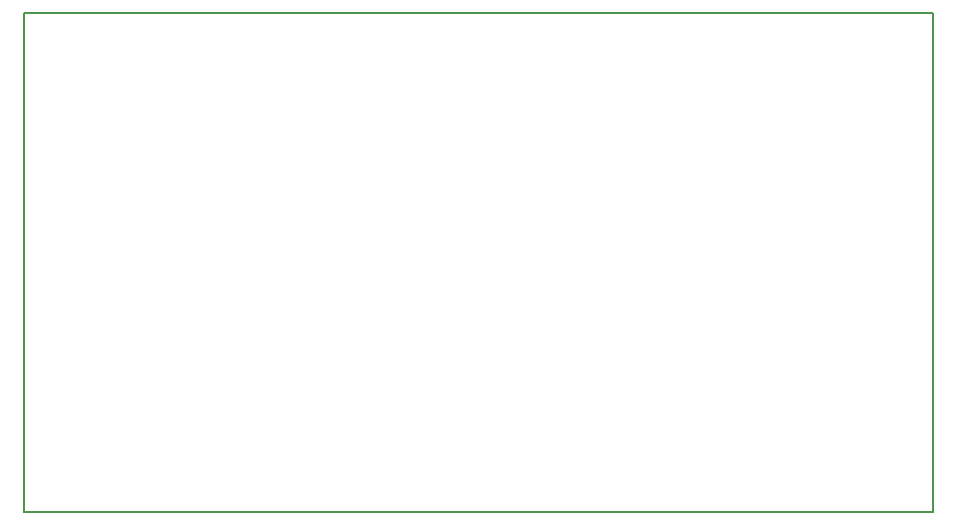
<source format=gm1>
G04 #@! TF.FileFunction,Profile,NP*
%FSLAX46Y46*%
G04 Gerber Fmt 4.6, Leading zero omitted, Abs format (unit mm)*
G04 Created by KiCad (PCBNEW 4.0.1-stable) date Söndag 13 Mars 2016 12:17:34*
%MOMM*%
G01*
G04 APERTURE LIST*
%ADD10C,0.100000*%
%ADD11C,0.150000*%
G04 APERTURE END LIST*
D10*
D11*
X93400000Y-93600000D02*
X170400000Y-93600000D01*
X170400000Y-93600000D02*
X170400000Y-135800000D01*
X93400000Y-135800000D02*
X170400000Y-135800000D01*
X93400000Y-93600000D02*
X93400000Y-135800000D01*
M02*

</source>
